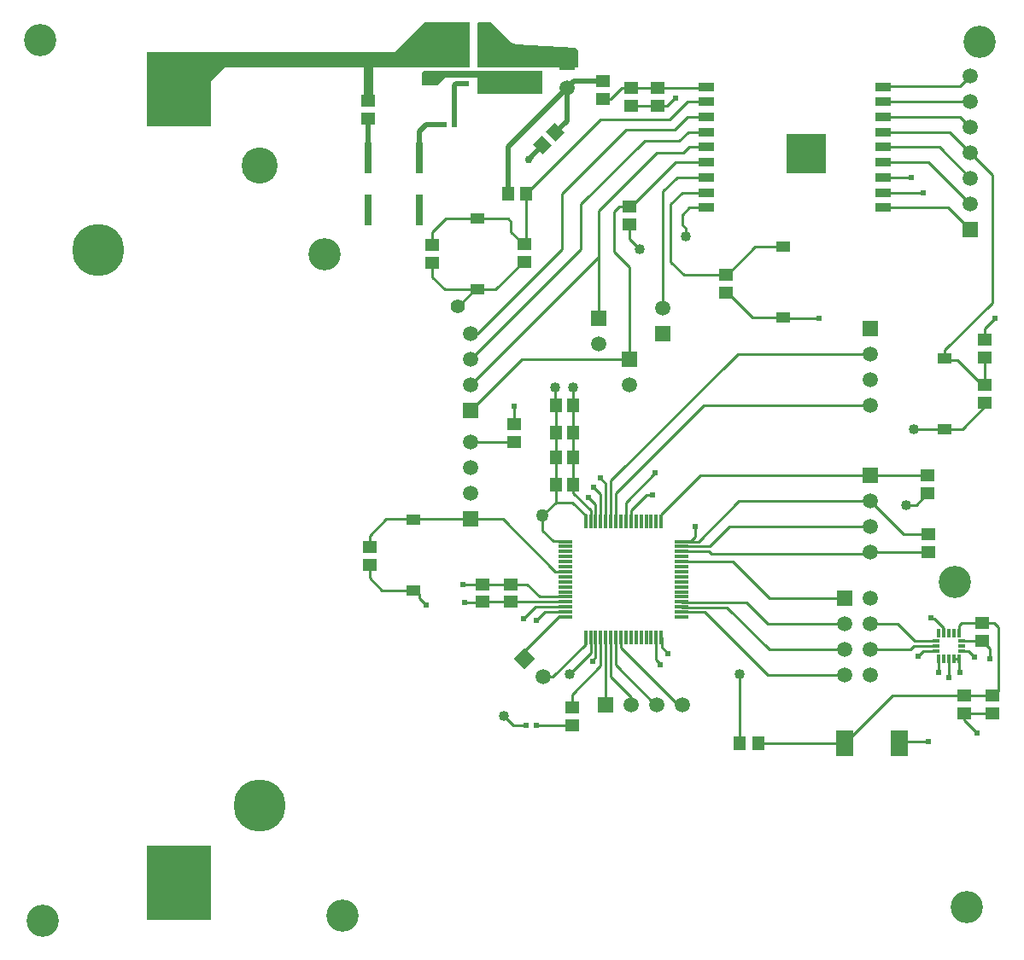
<source format=gtl>
G04*
G04 #@! TF.GenerationSoftware,Altium Limited,Altium Designer,19.1.8 (144)*
G04*
G04 Layer_Physical_Order=1*
G04 Layer_Color=255*
%FSLAX25Y25*%
%MOIN*%
G70*
G01*
G75*
%ADD14C,0.01000*%
%ADD20R,0.02992X0.12480*%
%ADD21R,0.04724X0.05512*%
G04:AMPARAMS|DCode=22|XSize=55.12mil|YSize=47.24mil|CornerRadius=0mil|HoleSize=0mil|Usage=FLASHONLY|Rotation=135.000|XOffset=0mil|YOffset=0mil|HoleType=Round|Shape=Rectangle|*
%AMROTATEDRECTD22*
4,1,4,0.03619,-0.00278,0.00278,-0.03619,-0.03619,0.00278,-0.00278,0.03619,0.03619,-0.00278,0.0*
%
%ADD22ROTATEDRECTD22*%

%ADD23R,0.05787X0.04567*%
%ADD24R,0.05512X0.04724*%
%ADD25R,0.02362X0.01968*%
%ADD26R,0.03750X0.03500*%
%ADD27R,0.01968X0.02362*%
%ADD28R,0.05800X0.02200*%
%ADD29R,0.25000X0.28898*%
%ADD30R,0.05512X0.03937*%
%ADD31R,0.06900X0.10300*%
%ADD32R,0.05906X0.03543*%
%ADD33R,0.15748X0.15748*%
%ADD34R,0.05807X0.01181*%
%ADD35R,0.01181X0.05807*%
%ADD36R,0.01181X0.03642*%
%ADD37R,0.03150X0.01181*%
%ADD38R,0.04567X0.05787*%
%ADD67C,0.02000*%
%ADD68C,0.03500*%
%ADD69C,0.05906*%
%ADD70R,0.05906X0.05906*%
%ADD71C,0.14114*%
%ADD72C,0.20374*%
%ADD73C,0.12600*%
%ADD74R,0.05906X0.05906*%
%ADD75P,0.08352X4X360.0*%
%ADD76C,0.02400*%
%ADD77C,0.04000*%
%ADD78C,0.05000*%
%ADD79C,0.03000*%
%ADD80C,0.05600*%
G36*
X198500Y355500D02*
X200000Y355000D01*
X223500Y353500D01*
X224500Y352500D01*
Y346000D01*
X185000D01*
Y363000D01*
X185500Y363500D01*
X190500D01*
X198500Y355500D01*
D02*
G37*
G36*
X210500Y335500D02*
X185500D01*
X185000Y336000D01*
Y342000D01*
X172500D01*
X169500Y339000D01*
X163500D01*
Y344000D01*
X164000Y344500D01*
X210500D01*
Y335500D01*
D02*
G37*
G36*
X182000Y363500D02*
Y346000D01*
X86500D01*
X81000Y340500D01*
X81000Y323000D01*
X56000D01*
Y352000D01*
X153000D01*
X164500Y363500D01*
X182000Y363500D01*
D02*
G37*
G36*
X81000Y13000D02*
X56000D01*
Y42000D01*
X81000D01*
Y13000D01*
D02*
G37*
D14*
X142500Y325957D02*
X142500Y325957D01*
X266994Y160854D02*
X268354D01*
X270000Y162500D01*
Y166500D01*
X373890Y128890D02*
X382000D01*
X373028Y128027D02*
X373890Y128890D01*
X373028Y126390D02*
Y128027D01*
X372937Y126299D02*
X373028Y126390D01*
X375000Y92945D02*
X375610Y93555D01*
X375000Y91000D02*
Y92945D01*
Y91000D02*
X380000Y86000D01*
X375610Y93555D02*
X386000D01*
X375000D02*
X375610D01*
X179500Y144000D02*
X186900D01*
X346895Y100445D02*
X375000D01*
X328450Y82000D02*
X346895Y100445D01*
X328450Y82000D02*
X328450Y82000D01*
X294543Y82000D02*
X328450D01*
X287457D02*
X287500Y82043D01*
Y109000D01*
X287457Y82000D02*
X287494Y81962D01*
X294543Y82000D02*
X294543Y82000D01*
X349550D02*
X350050Y82500D01*
X361000D01*
X376559Y117941D02*
X379000Y115500D01*
X374110Y117941D02*
X376559D01*
X374020Y118032D02*
X374110Y117941D01*
X386610Y128890D02*
X388394Y127106D01*
X382000Y128890D02*
X386610D01*
X388394Y102228D02*
Y127106D01*
X386610Y100445D02*
X388394Y102228D01*
X386000Y100445D02*
X386610D01*
X375000D02*
X386000D01*
X197931Y137142D02*
X219409D01*
X197900Y137110D02*
X197931Y137142D01*
X186790Y137000D02*
X186900Y137110D01*
X197900D01*
X180000Y137000D02*
X186790D01*
X266903Y160764D02*
X271264D01*
X266903D02*
X266994Y160854D01*
X264591Y160764D02*
X266903D01*
X256854Y119646D02*
X259500Y117000D01*
X256854Y119646D02*
Y123319D01*
X256764Y123409D02*
X256854Y123319D01*
X230000Y114000D02*
Y114379D01*
X231173Y115552D01*
Y123409D01*
X210500Y165000D02*
Y171000D01*
Y165000D02*
X214646Y160854D01*
X222085Y176055D02*
X227236Y170904D01*
X215555Y176055D02*
X222085D01*
X227236Y168591D02*
Y170904D01*
X214646Y160854D02*
X217006D01*
X217096Y160764D01*
X219409D01*
X210500Y171000D02*
X215555Y176055D01*
X210494Y315494D02*
Y315494D01*
X215500Y214055D02*
Y221000D01*
Y214055D02*
X215555Y214000D01*
X356349Y175000D02*
X360806Y179457D01*
X352500Y175000D02*
X356349D01*
X338500Y176500D02*
X351457Y163543D01*
X361000D01*
X276417Y156000D02*
X338500D01*
X360957Y156500D02*
X361000Y156457D01*
X338500Y156500D02*
X360957D01*
X383000Y244000D02*
X387000Y248000D01*
X383000Y239543D02*
Y244000D01*
X287000Y176500D02*
X338500D01*
X271264Y160764D02*
X287000Y176500D01*
X182500Y212000D02*
X202500Y232000D01*
X244500D01*
X143086Y348445D02*
X166500D01*
X142500Y347859D02*
X143086Y348445D01*
X259176Y331055D02*
X262121Y334000D01*
X255500Y331055D02*
X259176D01*
X262121Y334000D02*
X262500D01*
X245000Y331055D02*
X255500D01*
X273933Y337945D02*
X274406Y338417D01*
X255500Y337945D02*
X273933D01*
X234000Y333457D02*
X237012D01*
X241500Y337945D01*
X245000D01*
X255500D01*
X267795Y314795D02*
X274406D01*
X265500Y312500D02*
X267795Y314795D01*
X255000Y312500D02*
X265500D01*
X267201Y320701D02*
X274406D01*
X263750Y317250D02*
X267201Y320701D01*
X250250Y317250D02*
X263750D01*
X267106Y326606D02*
X274406D01*
X262000Y321500D02*
X267106Y326606D01*
X243000Y321500D02*
X262000D01*
X267012Y332512D02*
X274406D01*
X260000Y325500D02*
X267012Y332512D01*
X232949Y325500D02*
X260000D01*
X199500Y206543D02*
Y213500D01*
X199500Y206543D02*
X199500Y206543D01*
X199457Y199500D02*
X199500Y199457D01*
X182500Y199500D02*
X199457D01*
X381969Y121969D02*
X385000Y118937D01*
Y115000D02*
Y118937D01*
X373500Y109500D02*
Y109879D01*
X372937Y110442D02*
X373500Y109879D01*
X372937Y110442D02*
Y114931D01*
X370969D02*
X372937D01*
X229279Y117279D02*
Y123336D01*
X221000Y109000D02*
X229279Y117279D01*
X372937Y125069D02*
Y126299D01*
X374020Y121969D02*
X381969D01*
X368827Y291173D02*
X377500Y282500D01*
X343303Y291173D02*
X368827D01*
X343382Y297000D02*
X359000D01*
X343303Y297079D02*
X343382Y297000D01*
X343303Y302984D02*
X343319Y303000D01*
X354500D01*
X238500Y274000D02*
X244500Y268000D01*
Y232000D02*
Y268000D01*
X242984Y175984D02*
X254500Y187500D01*
X242984Y168591D02*
Y175984D01*
X239047Y179547D02*
X273500Y214000D01*
X239047Y168591D02*
Y179547D01*
X273500Y214000D02*
X338500D01*
X251161Y179000D02*
X253500D01*
X245043Y172882D02*
X251161Y179000D01*
X245043Y168681D02*
Y172882D01*
X215555Y176055D02*
Y183000D01*
X232500Y248000D02*
Y272000D01*
Y290000D01*
X182500Y222000D02*
X232500Y272000D01*
X185000Y242000D02*
X218000Y275000D01*
X182500Y242000D02*
X185000D01*
X162256Y138744D02*
Y140252D01*
X160787Y141720D02*
X162256Y140252D01*
X160000Y141720D02*
X160787D01*
X162256Y138744D02*
X165000Y136000D01*
X355500Y204500D02*
X367721D01*
X147780Y141720D02*
X160000D01*
X159780Y169500D02*
X160000Y169280D01*
X149500Y169500D02*
X159780D01*
X160000Y169280D02*
X160221Y169500D01*
X182500D01*
X143000Y163000D02*
X149500Y169500D01*
X195000D02*
X215457Y149043D01*
X182500Y169500D02*
X195000D01*
X210571Y107929D02*
X214429D01*
X203429Y115000D02*
Y117929D01*
X216736Y131236D01*
X227236Y120736D02*
Y123409D01*
X214429Y107929D02*
X227236Y120736D01*
X216736Y131236D02*
X219409D01*
X172280Y259221D02*
X185000D01*
X167500Y264000D02*
X172280Y259221D01*
X192055D02*
X202890Y270055D01*
X185000Y259221D02*
X192055D01*
X204043Y296595D02*
X232949Y325500D01*
X207673Y135173D02*
X219409D01*
X203000Y130500D02*
X207673Y135173D01*
X211205Y133205D02*
X219409D01*
X208000Y130000D02*
X211205Y133205D01*
X369000Y107500D02*
Y114931D01*
X365000Y109500D02*
X365063Y109563D01*
Y114931D01*
X233000Y185500D02*
X235110Y183390D01*
Y168591D02*
Y183390D01*
X233142Y168591D02*
Y179358D01*
X230500Y182000D02*
X233142Y179358D01*
X231173Y168591D02*
Y175327D01*
X222445Y179555D02*
X229205Y172795D01*
Y168591D02*
Y172795D01*
X222445Y179555D02*
Y183000D01*
X228500Y178000D02*
X231173Y175327D01*
X222445Y214000D02*
Y217000D01*
Y203333D02*
Y214000D01*
Y193667D02*
Y203333D01*
Y183000D02*
Y193667D01*
Y217110D02*
Y220945D01*
Y217110D02*
X222500Y217055D01*
X222445Y217000D02*
X222500Y217055D01*
X215555Y203333D02*
Y214000D01*
Y193667D02*
Y203333D01*
Y183000D02*
Y193667D01*
X273795Y133205D02*
X298500Y108500D01*
X264591Y133205D02*
X273795D01*
X298500Y108500D02*
X328500D01*
X298500Y128500D02*
X328500D01*
X289945Y137055D02*
X298500Y128500D01*
X264677Y137055D02*
X289945D01*
X299000Y118500D02*
X328500D01*
X282413Y135087D02*
X299000Y118500D01*
X264677Y135087D02*
X282413D01*
X264591Y135173D02*
X264677Y135087D01*
X311121Y138500D02*
X328500D01*
X311066Y138555D02*
X311121Y138500D01*
X299043Y138555D02*
X311066D01*
X284799Y152799D02*
X299043Y138555D01*
X264681Y152799D02*
X284799D01*
X362000Y131000D02*
X362268Y130732D01*
X363226D01*
X366941Y127017D01*
Y125160D02*
Y127017D01*
Y125160D02*
X367032Y125069D01*
X359000Y118000D02*
X363949D01*
X363980Y118032D01*
X357000Y116000D02*
X359000Y118000D01*
X355500Y120000D02*
X363980D01*
X354000Y118500D02*
X355500Y120000D01*
X338500Y118500D02*
X354000D01*
X338500Y128500D02*
X349000D01*
X355531Y121969D01*
X363980D01*
X204043Y277488D02*
Y296500D01*
X203500Y276945D02*
X204043Y277488D01*
X199250Y342781D02*
X199500Y343032D01*
X218969Y346969D02*
X220000Y348000D01*
X195500Y92500D02*
X199000Y89000D01*
X204031D01*
X207968D02*
X221957D01*
X222000Y88957D01*
Y101000D02*
X233142Y112142D01*
X222000Y96043D02*
Y101000D01*
X233142Y112142D02*
Y123409D01*
X263500Y97000D02*
X265000D01*
X241106Y119394D02*
X263500Y97000D01*
X254500D02*
X255000D01*
X239047Y112453D02*
X254500Y97000D01*
X245000D02*
Y100000D01*
X237079Y107921D02*
X245000Y100000D01*
X181032Y361000D02*
Y361000D01*
X367500Y231669D02*
X372331D01*
X367500Y232279D02*
Y235500D01*
X386000Y254000D01*
X239047Y112453D02*
Y123409D01*
X235110Y120328D02*
Y123409D01*
X235000Y120218D02*
X235110Y120328D01*
X235000Y97000D02*
Y120218D01*
X382055Y221945D02*
X383000D01*
X372331Y231669D02*
X382055Y221945D01*
X383000Y223500D02*
X383000Y223500D01*
X383000Y221945D02*
Y223500D01*
X383000Y223500D02*
Y232457D01*
X377500Y312500D02*
X386000Y304000D01*
Y254000D02*
Y304000D01*
X361000Y309000D02*
X377500Y292500D01*
X365205Y314795D02*
X377500Y302500D01*
X369299Y320701D02*
X377500Y312500D01*
X373394Y326606D02*
X377500Y322500D01*
X343303Y326606D02*
X373394D01*
X343315Y332500D02*
X377500D01*
X343303Y332512D02*
X343315Y332500D01*
X373500Y338500D02*
X377500Y342500D01*
X343303Y314795D02*
X365205D01*
X383000Y213539D02*
Y215055D01*
X374181Y204720D02*
X383000Y213539D01*
X367500Y204720D02*
X374181D01*
X367500D02*
X367721Y204500D01*
X283500Y166500D02*
X338500D01*
X275795Y158795D02*
X283500Y166500D01*
X264591Y158795D02*
X275795D01*
X264681Y156917D02*
X275500D01*
X276417Y156000D01*
X232500Y290000D02*
X255000Y312500D01*
X218000Y275000D02*
Y296500D01*
X343413Y309000D02*
X361000D01*
X343303Y320701D02*
X369299D01*
X215555Y183000D02*
X215555Y183000D01*
X182500Y232000D02*
X225500Y275000D01*
X218000Y296500D02*
X243000Y321500D01*
X225500Y275000D02*
Y292500D01*
X250250Y317250D01*
X198167Y281667D02*
X202890Y276945D01*
X198167Y281667D02*
Y285667D01*
X197055Y286779D02*
X198167Y285667D01*
X197055Y286779D02*
Y286779D01*
X202890Y276945D02*
X203500D01*
X202890Y270055D02*
X203500D01*
X229205Y123409D02*
X229279Y123336D01*
X177500Y252500D02*
Y252508D01*
X183992Y259000D01*
X238500Y289587D02*
X240457Y291543D01*
X238500Y274000D02*
Y289587D01*
X204043Y296500D02*
Y296595D01*
X240457Y291543D02*
X244500D01*
X244894D02*
X262240Y308890D01*
X244500Y291543D02*
X244894D01*
X262240Y308890D02*
X274406D01*
X256500Y112500D02*
Y112987D01*
X254795Y114692D02*
X256500Y112987D01*
X254795Y114692D02*
Y123409D01*
X241106Y119394D02*
Y123319D01*
X241016Y123409D02*
X241106Y123319D01*
X256764Y170904D02*
Y171264D01*
Y168591D02*
Y170904D01*
X272000Y186500D02*
X338500D01*
X256764Y171264D02*
X272000Y186500D01*
X237079Y184498D02*
X286581Y234000D01*
X338500D01*
X237079Y168591D02*
Y184498D01*
X264591Y137142D02*
X264677Y137055D01*
X143000Y146500D02*
X147780Y141720D01*
X338500Y186500D02*
X338543Y186543D01*
X360806D01*
X264914Y284500D02*
Y288414D01*
Y284500D02*
X266500Y282914D01*
Y280000D02*
Y282914D01*
X264914Y288414D02*
X267673Y291173D01*
X274406D01*
X265555Y264945D02*
X282000D01*
X260500Y270000D02*
X265555Y264945D01*
X260500Y270000D02*
Y292500D01*
X343303Y308890D02*
X343413Y309000D01*
X237079Y107921D02*
Y123409D01*
X343386Y338500D02*
X373500D01*
X343303Y338417D02*
X343386Y338500D01*
X257500Y252000D02*
Y297500D01*
X262984Y302984D01*
X274406D01*
X304720Y248000D02*
X318500D01*
X304500Y248220D02*
X304720Y248000D01*
X282610Y258055D02*
X292445Y248220D01*
X282000Y258055D02*
X282610D01*
X292445Y248220D02*
X304500D01*
X265079Y297079D02*
X274406D01*
X260500Y292500D02*
X265079Y297079D01*
X293445Y275780D02*
X304221D01*
X167500Y264000D02*
Y269555D01*
X244500Y279000D02*
X248500Y275000D01*
X244500Y279000D02*
Y284457D01*
X244953Y168591D02*
X245043Y168681D01*
X282610Y264945D02*
X293445Y275780D01*
X282000Y264945D02*
X282610D01*
X185000Y286779D02*
X197055D01*
X264591Y152890D02*
X264681Y152799D01*
X143000Y146500D02*
Y151555D01*
Y158445D02*
Y163000D01*
X167500Y281500D02*
X172780Y286779D01*
X167500Y276445D02*
Y281500D01*
X172780Y286779D02*
X185000D01*
X215457Y149043D02*
X219319D01*
X219409Y148953D01*
X197900Y144000D02*
X204500D01*
X209390Y139110D01*
X219409D01*
X186900Y144000D02*
X197900D01*
D20*
X162500Y290244D02*
D03*
X142500D02*
D03*
X162500Y310756D02*
D03*
X142500D02*
D03*
D21*
X294543Y82000D02*
D03*
X287457D02*
D03*
X196957Y296500D02*
D03*
X204043D02*
D03*
D22*
X210494Y315494D02*
D03*
X215506Y320505D02*
D03*
D23*
X166500Y348445D02*
D03*
Y341555D02*
D03*
X383000Y221945D02*
D03*
Y215055D02*
D03*
X375000Y93555D02*
D03*
X375000Y100445D02*
D03*
X386000D02*
D03*
X386000Y93555D02*
D03*
X282000Y264945D02*
D03*
Y258055D02*
D03*
X167500Y276445D02*
D03*
Y269555D02*
D03*
X245000Y337945D02*
D03*
Y331055D02*
D03*
X255500Y337945D02*
D03*
Y331055D02*
D03*
X203500Y276945D02*
D03*
Y270055D02*
D03*
X143000Y151555D02*
D03*
Y158445D02*
D03*
X382000Y128890D02*
D03*
Y122000D02*
D03*
X197900Y137110D02*
D03*
Y144000D02*
D03*
X186900D02*
D03*
Y137110D02*
D03*
D24*
X234000Y333457D02*
D03*
Y340543D02*
D03*
X199500Y199457D02*
D03*
Y206543D02*
D03*
X222000Y88957D02*
D03*
Y96043D02*
D03*
X142500Y333043D02*
D03*
Y325957D02*
D03*
X383000Y239543D02*
D03*
Y232457D02*
D03*
X361000Y163543D02*
D03*
Y156457D02*
D03*
X360806Y186543D02*
D03*
Y179457D02*
D03*
X244500Y291543D02*
D03*
Y284457D02*
D03*
D25*
X175969Y323500D02*
D03*
X172031D02*
D03*
X204031Y89000D02*
D03*
X207968D02*
D03*
D26*
X179675Y359500D02*
D03*
X187325D02*
D03*
D27*
X199500Y346969D02*
D03*
Y343032D02*
D03*
X209000Y346969D02*
D03*
Y343032D02*
D03*
X204250Y346969D02*
D03*
Y343032D02*
D03*
D28*
X187900Y347240D02*
D03*
Y339760D02*
D03*
X179100D02*
D03*
Y343500D02*
D03*
Y347240D02*
D03*
D29*
X68500Y337343D02*
D03*
Y27657D02*
D03*
D30*
X367500Y204720D02*
D03*
Y232279D02*
D03*
X160000Y169280D02*
D03*
Y141720D02*
D03*
X185000Y259221D02*
D03*
Y286779D02*
D03*
X304500Y248220D02*
D03*
Y275780D02*
D03*
D31*
X349550Y82000D02*
D03*
X328450D02*
D03*
D32*
X274406Y338417D02*
D03*
Y332512D02*
D03*
Y326606D02*
D03*
Y320701D02*
D03*
Y314795D02*
D03*
Y308890D02*
D03*
Y302984D02*
D03*
Y297079D02*
D03*
Y291173D02*
D03*
X343303D02*
D03*
Y297079D02*
D03*
Y302984D02*
D03*
Y308890D02*
D03*
Y314795D02*
D03*
Y320701D02*
D03*
Y326606D02*
D03*
Y332512D02*
D03*
Y338417D02*
D03*
D33*
X313185Y312394D02*
D03*
D34*
X219409Y160764D02*
D03*
Y158795D02*
D03*
Y156827D02*
D03*
Y154858D02*
D03*
Y152890D02*
D03*
Y150921D02*
D03*
Y148953D02*
D03*
Y146984D02*
D03*
Y145016D02*
D03*
Y143047D02*
D03*
Y141079D02*
D03*
Y139110D02*
D03*
Y137142D02*
D03*
Y135173D02*
D03*
Y133205D02*
D03*
Y131236D02*
D03*
X264591D02*
D03*
Y133205D02*
D03*
Y135173D02*
D03*
Y137142D02*
D03*
Y139110D02*
D03*
Y141079D02*
D03*
Y143047D02*
D03*
Y145016D02*
D03*
Y146984D02*
D03*
Y148953D02*
D03*
Y150921D02*
D03*
Y152890D02*
D03*
Y154858D02*
D03*
Y156827D02*
D03*
Y158795D02*
D03*
Y160764D02*
D03*
D35*
X227236Y123409D02*
D03*
X229205D02*
D03*
X231173D02*
D03*
X233142D02*
D03*
X235110D02*
D03*
X237079D02*
D03*
X239047D02*
D03*
X241016D02*
D03*
X242984D02*
D03*
X244953D02*
D03*
X246921D02*
D03*
X248890D02*
D03*
X250858D02*
D03*
X252827D02*
D03*
X254795D02*
D03*
X256764D02*
D03*
Y168591D02*
D03*
X254795D02*
D03*
X252827D02*
D03*
X250858D02*
D03*
X248890D02*
D03*
X246921D02*
D03*
X244953D02*
D03*
X242984D02*
D03*
X241016D02*
D03*
X239047D02*
D03*
X237079D02*
D03*
X235110D02*
D03*
X233142D02*
D03*
X231173D02*
D03*
X229205D02*
D03*
X227236D02*
D03*
D36*
X372937Y125069D02*
D03*
X370969D02*
D03*
X369000D02*
D03*
X367032D02*
D03*
X365063D02*
D03*
Y114931D02*
D03*
X367032D02*
D03*
X369000D02*
D03*
X370969D02*
D03*
X372937D02*
D03*
D37*
X363980Y121969D02*
D03*
Y120000D02*
D03*
Y118032D02*
D03*
X374020D02*
D03*
Y120000D02*
D03*
Y121969D02*
D03*
D38*
X215555Y183000D02*
D03*
X222445D02*
D03*
X215555Y214000D02*
D03*
X222445D02*
D03*
Y203333D02*
D03*
X215555D02*
D03*
Y193667D02*
D03*
X222445D02*
D03*
D67*
X162500Y320914D02*
X165086Y323500D01*
X172031D01*
X162500Y310756D02*
Y320914D01*
X142500Y310756D02*
Y325957D01*
X205000Y310000D02*
X210494Y315494D01*
X215506Y320505D02*
X220000Y325000D01*
Y338000D01*
X175969Y338968D02*
X176760Y339760D01*
X175969Y323500D02*
Y338968D01*
X176760Y339760D02*
X179100D01*
X222543Y340543D02*
X234000D01*
X220000Y338000D02*
X222543Y340543D01*
X196957Y296500D02*
Y314957D01*
X220000Y338000D01*
D68*
X142500Y333043D02*
Y347859D01*
D69*
X182500Y199500D02*
D03*
Y189500D02*
D03*
Y179500D02*
D03*
X338500Y108500D02*
D03*
X328500D02*
D03*
X338500Y118500D02*
D03*
X328500D02*
D03*
X338500Y128500D02*
D03*
X328500D02*
D03*
X338500Y138500D02*
D03*
X220000Y338000D02*
D03*
X377500Y342500D02*
D03*
Y332500D02*
D03*
Y322500D02*
D03*
Y312500D02*
D03*
Y292500D02*
D03*
Y302500D02*
D03*
X232500Y238000D02*
D03*
X244500Y222000D02*
D03*
X182500Y242000D02*
D03*
Y232000D02*
D03*
Y222000D02*
D03*
X265000Y97000D02*
D03*
X255000D02*
D03*
X245000D02*
D03*
X257500Y252000D02*
D03*
X338500Y234000D02*
D03*
Y224000D02*
D03*
Y214000D02*
D03*
Y156500D02*
D03*
Y166500D02*
D03*
Y176500D02*
D03*
X210571Y107929D02*
D03*
D70*
X182500Y169500D02*
D03*
X328500Y138500D02*
D03*
X220000Y348000D02*
D03*
X377500Y282500D02*
D03*
X232500Y248000D02*
D03*
X244500Y232000D02*
D03*
X182500Y212000D02*
D03*
X257500Y242000D02*
D03*
X338500Y244000D02*
D03*
Y186500D02*
D03*
D71*
X99996Y307559D02*
D03*
D72*
X37004Y274764D02*
D03*
X99996Y57441D02*
D03*
D73*
X381000Y356000D02*
D03*
X371500Y145000D02*
D03*
X376000Y18000D02*
D03*
X132500Y14500D02*
D03*
X125500Y273000D02*
D03*
X15500Y12500D02*
D03*
X14500Y356500D02*
D03*
D74*
X235000Y97000D02*
D03*
D75*
X203500Y115000D02*
D03*
D76*
X380000Y86000D02*
D03*
X179500Y144000D02*
D03*
X361000Y82500D02*
D03*
X379000Y115500D02*
D03*
X180000Y137000D02*
D03*
X270000Y166500D02*
D03*
X259500Y117000D02*
D03*
X230000Y114000D02*
D03*
X387000Y248000D02*
D03*
X262500Y334000D02*
D03*
X199500Y213500D02*
D03*
X385000Y115000D02*
D03*
X359000Y297000D02*
D03*
X354500Y303000D02*
D03*
X254500Y187500D02*
D03*
X253500Y179000D02*
D03*
X208000Y130000D02*
D03*
X203000Y130500D02*
D03*
X365000Y109500D02*
D03*
X369000Y107500D02*
D03*
X228500Y178000D02*
D03*
X233000Y185500D02*
D03*
X230500Y182000D02*
D03*
X319000Y307500D02*
D03*
Y312500D02*
D03*
Y317500D02*
D03*
X307000Y312500D02*
D03*
Y317500D02*
D03*
Y307500D02*
D03*
X315000D02*
D03*
Y312500D02*
D03*
Y317500D02*
D03*
X311000Y307500D02*
D03*
Y312500D02*
D03*
Y317500D02*
D03*
X362000Y131000D02*
D03*
X357000Y116000D02*
D03*
X256500Y112500D02*
D03*
X373500Y109500D02*
D03*
X165000Y136000D02*
D03*
X318500Y248000D02*
D03*
D77*
X287500Y109000D02*
D03*
X215500Y221000D02*
D03*
X352500Y175000D02*
D03*
X207500Y338500D02*
D03*
X201500D02*
D03*
X221000Y109000D02*
D03*
X222445Y220945D02*
D03*
X195500Y92500D02*
D03*
X355500Y204500D02*
D03*
X266500Y280000D02*
D03*
X248500Y275000D02*
D03*
D78*
X210500Y171000D02*
D03*
D79*
X205000Y310000D02*
D03*
X78000Y16667D02*
D03*
X65333D02*
D03*
X78000Y23833D02*
D03*
X71667D02*
D03*
X65333D02*
D03*
X59000D02*
D03*
Y31500D02*
D03*
X65333D02*
D03*
X71667D02*
D03*
X78000D02*
D03*
X71667Y16667D02*
D03*
X59000D02*
D03*
X78000Y39167D02*
D03*
X71667D02*
D03*
X65333D02*
D03*
X59000Y39167D02*
D03*
D80*
X177500Y252500D02*
D03*
M02*

</source>
